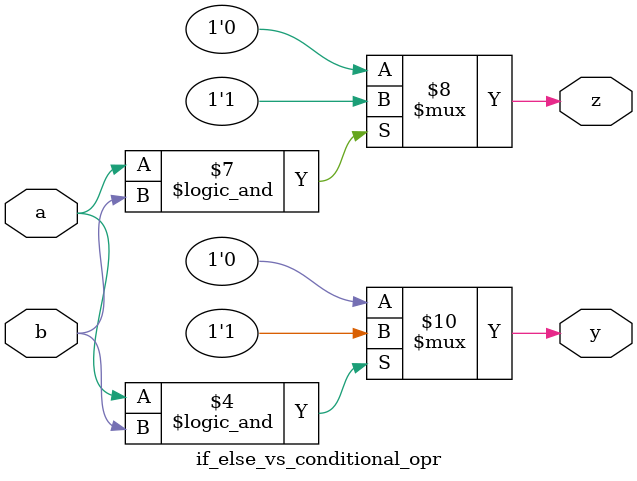
<source format=v>
module if_else_vs_conditional_opr(
    input a,b,
    output reg y,
    output z
);

always @(*)
begin
    if(a==1'b1&&b==1'b1)    //AND gate using if_else
        y=1'b1;
    else
        y=1'b0;
end

assign z=(a==1'b1&&b==1'b1)? 1'b1 : 1'b0;   //AND gate using conditional operator
endmodule

</source>
